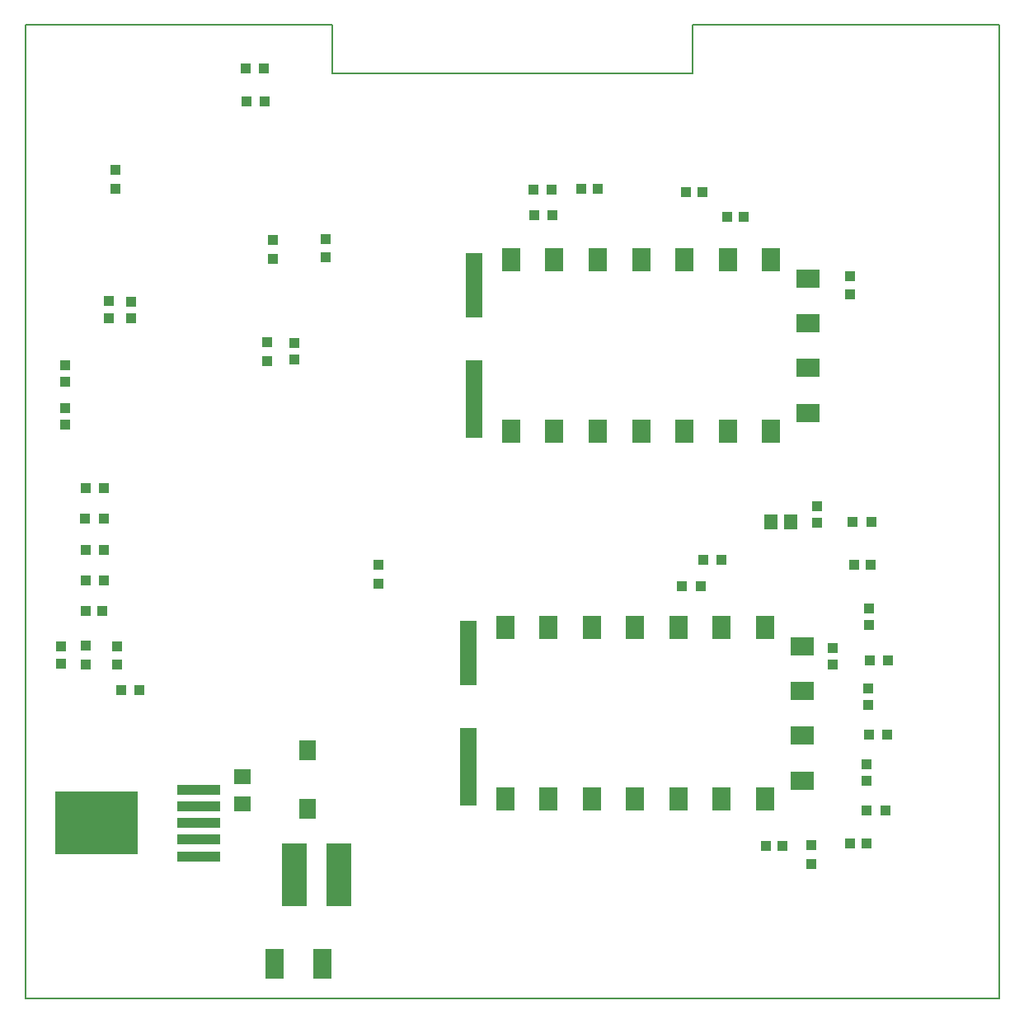
<source format=gtp>
G04*
G04 #@! TF.GenerationSoftware,Altium Limited,Altium Designer,23.6.0 (18)*
G04*
G04 Layer_Color=8421504*
%FSLAX44Y44*%
%MOMM*%
G71*
G04*
G04 #@! TF.SameCoordinates,AADCE73A-F72B-4A01-A8B1-447CC9BFCAD9*
G04*
G04*
G04 #@! TF.FilePolarity,Positive*
G04*
G01*
G75*
%ADD10C,0.2000*%
%ADD19R,1.8000X8.0000*%
%ADD20R,1.8000X6.6000*%
%ADD21R,1.8800X2.4700*%
%ADD22R,2.4700X1.8800*%
%ADD23R,1.1000X1.1000*%
%ADD24R,1.1000X1.1000*%
%ADD25R,1.0000X1.1000*%
%ADD26R,1.1000X1.0000*%
%ADD27R,1.4000X1.5000*%
%ADD28R,1.8000X1.6000*%
%ADD29R,2.5500X6.4000*%
%ADD30R,1.9600X3.1500*%
%ADD31R,1.7000X2.0000*%
G04:AMPARAMS|DCode=32|XSize=6.45mm|YSize=8.5mm|CornerRadius=0.0645mm|HoleSize=0mm|Usage=FLASHONLY|Rotation=270.000|XOffset=0mm|YOffset=0mm|HoleType=Round|Shape=RoundedRectangle|*
%AMROUNDEDRECTD32*
21,1,6.4500,8.3710,0,0,270.0*
21,1,6.3210,8.5000,0,0,270.0*
1,1,0.1290,-4.1855,-3.1605*
1,1,0.1290,-4.1855,3.1605*
1,1,0.1290,4.1855,3.1605*
1,1,0.1290,4.1855,-3.1605*
%
%ADD32ROUNDEDRECTD32*%
G04:AMPARAMS|DCode=33|XSize=1.05mm|YSize=4.45mm|CornerRadius=0.0525mm|HoleSize=0mm|Usage=FLASHONLY|Rotation=270.000|XOffset=0mm|YOffset=0mm|HoleType=Round|Shape=RoundedRectangle|*
%AMROUNDEDRECTD33*
21,1,1.0500,4.3450,0,0,270.0*
21,1,0.9450,4.4500,0,0,270.0*
1,1,0.1050,-2.1725,-0.4725*
1,1,0.1050,-2.1725,0.4725*
1,1,0.1050,2.1725,0.4725*
1,1,0.1050,2.1725,-0.4725*
%
%ADD33ROUNDEDRECTD33*%
D10*
X-0Y0D02*
X1000000D01*
Y1000000D01*
X685000D02*
X1000000D01*
X685000Y950000D02*
Y1000000D01*
X315000Y950000D02*
X685000D01*
X315000D02*
Y1000000D01*
X-0D02*
X315000D01*
X-0Y0D02*
Y1000000D01*
D19*
X454850Y238100D02*
D03*
X461050Y615650D02*
D03*
D20*
X454850Y355100D02*
D03*
X461050Y732650D02*
D03*
D21*
X492600Y204850D02*
D03*
X537100D02*
D03*
X581600D02*
D03*
X626100D02*
D03*
X670600D02*
D03*
X715100D02*
D03*
X759600D02*
D03*
Y381350D02*
D03*
X715100D02*
D03*
X670600D02*
D03*
X626100D02*
D03*
X581600D02*
D03*
X537100D02*
D03*
X492600D02*
D03*
X498800Y582400D02*
D03*
X543300D02*
D03*
X587800D02*
D03*
X632300D02*
D03*
X676800D02*
D03*
X721300D02*
D03*
X765800D02*
D03*
Y758900D02*
D03*
X721300D02*
D03*
X676800D02*
D03*
X632300D02*
D03*
X587800D02*
D03*
X543300D02*
D03*
X498800D02*
D03*
D22*
X797350Y224100D02*
D03*
Y270100D02*
D03*
Y316100D02*
D03*
Y362100D02*
D03*
X803550Y601650D02*
D03*
Y647650D02*
D03*
Y693650D02*
D03*
Y739650D02*
D03*
D23*
X693300Y423400D02*
D03*
X674300D02*
D03*
X98300Y317000D02*
D03*
X117300D02*
D03*
X61700Y429300D02*
D03*
X80700D02*
D03*
X80800Y461100D02*
D03*
X61800D02*
D03*
X61300Y492800D02*
D03*
X80300D02*
D03*
X61700Y524700D02*
D03*
X80700D02*
D03*
X245200Y955600D02*
D03*
X226200D02*
D03*
X245700Y921200D02*
D03*
X226700D02*
D03*
X714900Y450400D02*
D03*
X695900D02*
D03*
X849800Y489600D02*
D03*
X868800D02*
D03*
X886000Y347500D02*
D03*
X867000D02*
D03*
X885100Y271300D02*
D03*
X866100D02*
D03*
X883000Y192900D02*
D03*
X864000D02*
D03*
X540600Y830800D02*
D03*
X521600D02*
D03*
X541200Y804500D02*
D03*
X522200D02*
D03*
D24*
X92800Y851000D02*
D03*
Y832000D02*
D03*
X62400Y362300D02*
D03*
Y343300D02*
D03*
X94400Y343000D02*
D03*
Y362000D02*
D03*
X308600Y780200D02*
D03*
Y761200D02*
D03*
X846800Y723200D02*
D03*
Y742200D02*
D03*
X807200Y138400D02*
D03*
Y157400D02*
D03*
X254100Y779000D02*
D03*
Y760000D02*
D03*
X362400Y426400D02*
D03*
Y445400D02*
D03*
X248500Y655000D02*
D03*
Y674000D02*
D03*
D25*
X36500Y361300D02*
D03*
Y344300D02*
D03*
X829100Y359800D02*
D03*
Y342800D02*
D03*
X812600Y488500D02*
D03*
Y505500D02*
D03*
X866300Y401000D02*
D03*
Y384000D02*
D03*
X865400Y318900D02*
D03*
Y301900D02*
D03*
X864000Y240300D02*
D03*
Y223300D02*
D03*
X275800Y673500D02*
D03*
Y656500D02*
D03*
X85800Y699100D02*
D03*
Y716100D02*
D03*
X108300Y698900D02*
D03*
Y715900D02*
D03*
X40900Y589100D02*
D03*
Y606100D02*
D03*
X40600Y650200D02*
D03*
Y633200D02*
D03*
D26*
X78800Y398200D02*
D03*
X61800D02*
D03*
X678100Y828000D02*
D03*
X695100D02*
D03*
X737700Y803200D02*
D03*
X720700D02*
D03*
X867800Y445500D02*
D03*
X850800D02*
D03*
X847100Y159000D02*
D03*
X864100D02*
D03*
X777100Y156700D02*
D03*
X760100D02*
D03*
X588200Y832000D02*
D03*
X571200D02*
D03*
D27*
X785500Y489600D02*
D03*
X765500D02*
D03*
D28*
X222900Y200300D02*
D03*
Y228300D02*
D03*
D29*
X275800Y127500D02*
D03*
X321800D02*
D03*
D30*
X304950Y36000D02*
D03*
X255850D02*
D03*
D31*
X289700Y194800D02*
D03*
Y254800D02*
D03*
D32*
X72700Y180200D02*
D03*
D33*
X178200Y214200D02*
D03*
Y197200D02*
D03*
Y180200D02*
D03*
Y163200D02*
D03*
Y146200D02*
D03*
M02*

</source>
